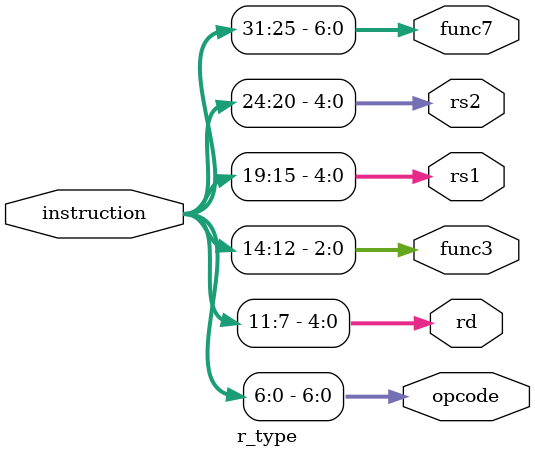
<source format=v>
`timescale 1ns / 1ps

module r_type(
    input [31:0] instruction,  // 32-bit R-Type instruction
    output [6:0] opcode,       // Opcode (bits [6:0])
    output [4:0] rd,           // Destination register (bits [11:7])
    output [2:0] func3,        // Function code (bits [14:12])
    output [4:0] rs1,          // Source register 1 (bits [19:15])
    output [4:0] rs2,          // Source register 2 (bits [24:20])
    output [6:0] func7         // Function code (bits [31:25])
);

    // Assign fields based on the R-Type instruction format
    assign opcode = instruction[6:0];    // Opcode
    assign rd     = instruction[11:7];   // Destination register
    assign func3  = instruction[14:12];  // Function code (func3)
    assign rs1    = instruction[19:15];  // Source register 1
    assign rs2    = instruction[24:20];  // Source register 2
    assign func7  = instruction[31:25];  // Function code (func7)

endmodule

</source>
